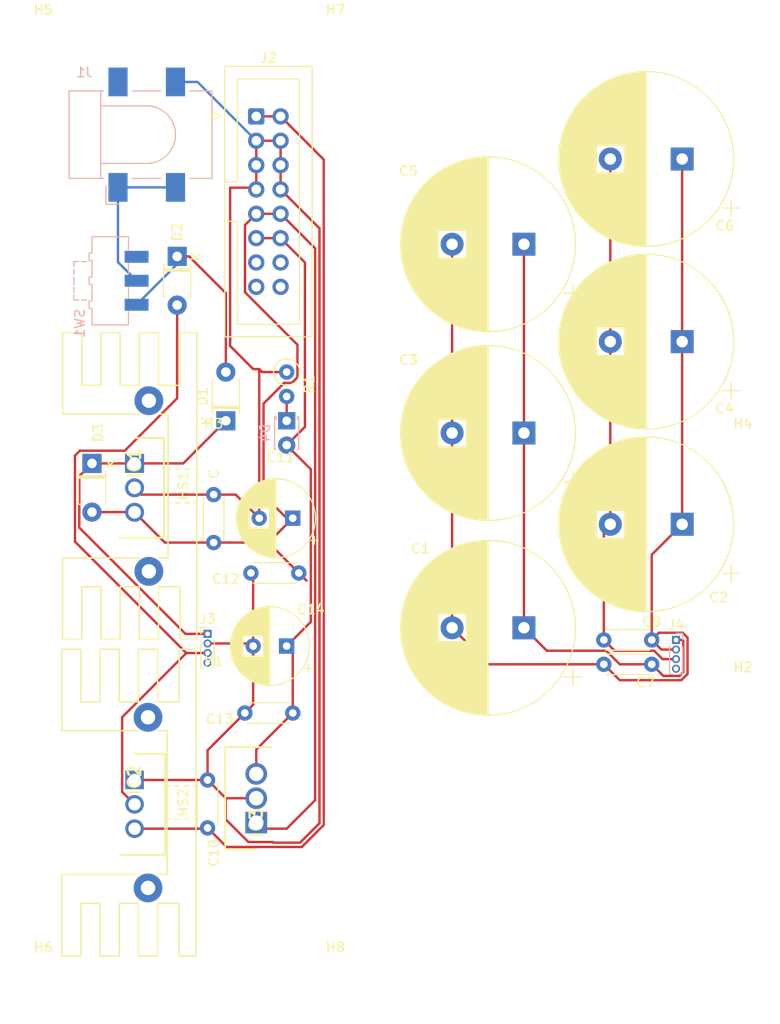
<source format=kicad_pcb>
(kicad_pcb (version 20171130) (host pcbnew "(5.1.9)-1")
  (layers (0 F.Cu signal) (31 B.Cu signal) (34 B.Paste user) (35 F.Paste user) (36 B.SilkS user) (37 F.SilkS user) (38 B.Mask user) (39 F.Mask user) (44 Edge.Cuts user))
  (net 0 "")
  (net 1 "Net-(C1-Pad2)")
  (net 2 "Net-(C1-Pad1)")
  (net 3 "Net-(C2-Pad2)")
  (net 4 "Net-(C10-Pad2)")
  (net 5 "Net-(D1-Pad2)")
  (net 6 "Net-(J1-Pad1)")
  (net 7 "Net-(SW1-Pad3)")
  (net 8 "Net-(J2-Pad16)")
  (net 9 "Net-(J2-Pad14)")
  (net 10 "Net-(J2-Pad15)")
  (net 11 "Net-(J2-Pad13)")
  (net 12 "Net-(C11-Pad1)")
  (net 13 "Net-(C13-Pad1)")
  (net 14 "Net-(D1-Pad1)")
  (net 15 "Net-(D2-Pad2)")
  (net 16 "Net-(J3-Pad4)")
  (net 17 "Net-(J4-Pad4)")
  (net 18 "Net-(C10-Pad1)")
  (net 19 "Net-(D4-Pad1)")
  (module Heatsink:Heatsink_Stonecold_HS-132_32x14mm_2xFixation1.5mm (layer F.Cu) (at 35.691999 100.784001 270)
    (fp_text reference HS2 (at 0 -3.678001 90) (layer F.SilkS))
    (fp_text value Heatsink)
    (pad 1 thru_hole circle (at 8.9 0 270) (size 3 3) (drill 1.5) (layers *.Cu *.Mask))
    (pad 1 thru_hole circle (at -8.9 0 270) (size 3 3) (drill 1.5) (layers *.Cu *.Mask))
  )
  (module Heatsink:Heatsink_Stonecold_HS-132_32x14mm_2xFixation1.5mm (layer F.Cu) (at 35.781999 67.764001 270)
    (fp_text reference HS1 (at 0 -3.588001 90) (layer F.SilkS))
    (fp_text value Heatsink)
    (pad 1 thru_hole circle (at 8.9 0 270) (size 3 3) (drill 1.5) (layers *.Cu *.Mask))
    (pad 1 thru_hole circle (at -8.9 0 270) (size 3 3) (drill 1.5) (layers *.Cu *.Mask))
  )
  (module SamacSys_Parts:TO254P482X1016X2325-3P (layer F.Cu) (at 46.99 102.87 90)
    (fp_text reference IC3 (at 0 0 90) (layer F.SilkS) (effects (font (size 1.27 1.27) (thickness 0.254))))
    (fp_text value MC7805CT-BP hide)
    (pad 3 thru_hole circle (at 5.08 0 90) (size 2.265 2.265) (drill 1.51) (layers *.Cu *.Mask) (net 13 "Net-(C13-Pad1)"))
    (pad 2 thru_hole circle (at 2.54 0 90) (size 2.265 2.265) (drill 1.51) (layers *.Cu *.Mask) (net 18 "Net-(C10-Pad1)"))
    (pad 1 thru_hole rect (at 0 0 90) (size 2.265 2.265) (drill 1.51) (layers *.Cu *.Mask) (net 12 "Net-(C11-Pad1)"))
  )
  (module SamacSys_Parts:TO254P470X1028X1955-3P (layer F.Cu) (at 34.29 98.425 270)
    (fp_text reference IC2 (at 0 0 90) (layer F.SilkS) (effects (font (size 1.27 1.27) (thickness 0.254))))
    (fp_text value LM7912CT_NOPB hide)
    (pad 3 thru_hole circle (at 5.08 0 270) (size 1.935 1.935) (drill 1.29) (layers *.Cu *.Mask) (net 4 "Net-(C10-Pad2)"))
    (pad 2 thru_hole circle (at 2.54 0 270) (size 1.935 1.935) (drill 1.29) (layers *.Cu *.Mask) (net 15 "Net-(D2-Pad2)"))
    (pad 1 thru_hole rect (at 0 0 270) (size 1.935 1.935) (drill 1.29) (layers *.Cu *.Mask) (net 18 "Net-(C10-Pad1)"))
  )
  (module SamacSys_Parts:TO255P460X1020X2008-3P (layer F.Cu) (at 34.29 65.405 270)
    (fp_text reference IC1 (at 0 0 90) (layer F.SilkS) (effects (font (size 1.27 1.27) (thickness 0.254))))
    (fp_text value L7812CV hide)
    (pad 3 thru_hole circle (at 5.1 0 270) (size 1.98 1.98) (drill 1.32) (layers *.Cu *.Mask) (net 12 "Net-(C11-Pad1)"))
    (pad 2 thru_hole circle (at 2.55 0 270) (size 1.98 1.98) (drill 1.32) (layers *.Cu *.Mask) (net 18 "Net-(C10-Pad1)"))
    (pad 1 thru_hole rect (at 0 0 270) (size 1.98 1.98) (drill 1.32) (layers *.Cu *.Mask) (net 14 "Net-(D1-Pad1)"))
  )
  (module LED_THT:LED_D1.8mm_W3.3mm_H2.4mm (layer B.Cu) (at 50.165 60.96 270)
    (fp_text reference D4 (at 1.27 2.26 270) (layer B.SilkS) (effects (justify mirror)))
    (fp_text value LED)
    (pad 2 thru_hole circle (at 2.54 0 270) (size 1.8 1.8) (drill 0.9) (layers *.Cu *.Mask) (net 13 "Net-(C13-Pad1)"))
    (pad 1 thru_hole rect (at 0 0 270) (size 1.8 1.8) (drill 0.9) (layers *.Cu *.Mask) (net 19 "Net-(D4-Pad1)"))
  )
  (module Resistor_THT:R_Axial_DIN0207_L6.3mm_D2.5mm_P2.54mm_Vertical (layer F.Cu) (at 50.165 55.88 270)
    (fp_text reference R1 (at 1.27 -2.37 90) (layer F.SilkS))
    (fp_text value 160om)
    (pad 2 thru_hole oval (at 2.54 0 270) (size 1.6 1.6) (drill 0.8) (layers *.Cu *.Mask) (net 19 "Net-(D4-Pad1)"))
    (pad 1 thru_hole circle (at 0 0 270) (size 1.6 1.6) (drill 0.8) (layers *.Cu *.Mask) (net 18 "Net-(C10-Pad1)"))
  )
  (module MountingHole:MountingHole_2.5mm (layer F.Cu) (at 55.245 119.38)
    (fp_text reference H8 (at 0 -3.5) (layer F.SilkS))
    (fp_text value MountingHole)
    (pad 1 np_thru_hole circle (at 0 0) (size 2.5 2.5) (drill 2.5) (layers *.Cu *.Mask))
  )
  (module MountingHole:MountingHole_2.5mm (layer F.Cu) (at 55.245 21.59)
    (fp_text reference H7 (at 0 -3.5) (layer F.SilkS))
    (fp_text value MountingHole)
    (pad 1 np_thru_hole circle (at 0 0) (size 2.5 2.5) (drill 2.5) (layers *.Cu *.Mask))
  )
  (module MountingHole:MountingHole_2.5mm (layer F.Cu) (at 24.765 119.38)
    (fp_text reference H6 (at 0 -3.5) (layer F.SilkS))
    (fp_text value MountingHole)
    (pad 1 np_thru_hole circle (at 0 0) (size 2.5 2.5) (drill 2.5) (layers *.Cu *.Mask))
  )
  (module MountingHole:MountingHole_2.5mm (layer F.Cu) (at 24.765 21.59)
    (fp_text reference H5 (at 0 -3.5) (layer F.SilkS))
    (fp_text value MountingHole)
    (pad 1 np_thru_hole circle (at 0 0) (size 2.5 2.5) (drill 2.5) (layers *.Cu *.Mask))
  )
  (module Connector_BarrelJack:BarrelJack_CLIFF_FC681465S_SMT_Horizontal (layer B.Cu) (at 35.56 31.115)
    (fp_text reference J1 (at -6.5 -6.5 180) (layer B.SilkS) (effects (justify mirror)))
    (fp_text value Power_In)
    (pad 3 smd rect (at -3 -5.5 270) (size 3 2) (layers B.Cu B.Paste B.Mask))
    (pad 2 smd rect (at 3 -5.5 270) (size 3 2) (layers B.Cu B.Paste B.Mask) (net 18 "Net-(C10-Pad1)"))
    (pad 1 smd rect (at 3 5.5 270) (size 3 2) (layers B.Cu B.Paste B.Mask) (net 6 "Net-(J1-Pad1)"))
    (pad 1 smd rect (at -3 5.5 270) (size 3 2) (layers B.Cu B.Paste B.Mask) (net 6 "Net-(J1-Pad1)"))
    (pad "" np_thru_hole circle (at 1.5 0 270) (size 2 2) (drill 2) (layers *.Cu *.Mask))
    (pad "" np_thru_hole oval (at -2.9 0 270) (size 2 1.5) (drill oval 2 1.5) (layers *.Cu *.Mask))
  )
  (module MountingHole:MountingHole_2.5mm (layer F.Cu) (at 97.79 64.77)
    (fp_text reference H4 (at 0 -3.5) (layer F.SilkS))
    (fp_text value MountingHole)
    (pad 1 np_thru_hole circle (at 0 0) (size 2.5 2.5) (drill 2.5) (layers *.Cu *.Mask))
  )
  (module MountingHole:MountingHole_2.5mm (layer F.Cu) (at 42.545 64.77)
    (fp_text reference H3 (at 0 -3.5) (layer F.SilkS))
    (fp_text value MountingHole)
    (pad 1 np_thru_hole circle (at 0 0) (size 2.5 2.5) (drill 2.5) (layers *.Cu *.Mask))
  )
  (module MountingHole:MountingHole_2.5mm (layer F.Cu) (at 97.79 90.17)
    (fp_text reference H2 (at 0 -3.5) (layer F.SilkS))
    (fp_text value MountingHole)
    (pad 1 np_thru_hole circle (at 0 0) (size 2.5 2.5) (drill 2.5) (layers *.Cu *.Mask))
  )
  (module MountingHole:MountingHole_2.5mm (layer F.Cu) (at 42.545 89.535)
    (fp_text reference H1 (at 0 -3.5) (layer F.SilkS))
    (fp_text value MountingHole)
    (pad 1 np_thru_hole circle (at 0 0) (size 2.5 2.5) (drill 2.5) (layers *.Cu *.Mask))
  )
  (module Connector_IDC:IDC-Header_2x08_P2.54mm_Vertical (layer F.Cu) (at 46.99 29.21)
    (fp_text reference J2 (at 1.27 -6.1) (layer F.SilkS))
    (fp_text value Conn_02x08_Odd_Even)
    (pad 16 thru_hole circle (at 2.54 17.78) (size 1.7 1.7) (drill 1) (layers *.Cu *.Mask) (net 8 "Net-(J2-Pad16)"))
    (pad 14 thru_hole circle (at 2.54 15.24) (size 1.7 1.7) (drill 1) (layers *.Cu *.Mask) (net 9 "Net-(J2-Pad14)"))
    (pad 12 thru_hole circle (at 2.54 12.7) (size 1.7 1.7) (drill 1) (layers *.Cu *.Mask) (net 13 "Net-(C13-Pad1)"))
    (pad 10 thru_hole circle (at 2.54 10.16) (size 1.7 1.7) (drill 1) (layers *.Cu *.Mask) (net 12 "Net-(C11-Pad1)"))
    (pad 8 thru_hole circle (at 2.54 7.62) (size 1.7 1.7) (drill 1) (layers *.Cu *.Mask) (net 18 "Net-(C10-Pad1)"))
    (pad 6 thru_hole circle (at 2.54 5.08) (size 1.7 1.7) (drill 1) (layers *.Cu *.Mask) (net 18 "Net-(C10-Pad1)"))
    (pad 4 thru_hole circle (at 2.54 2.54) (size 1.7 1.7) (drill 1) (layers *.Cu *.Mask) (net 18 "Net-(C10-Pad1)"))
    (pad 2 thru_hole circle (at 2.54 0) (size 1.7 1.7) (drill 1) (layers *.Cu *.Mask) (net 4 "Net-(C10-Pad2)"))
    (pad 15 thru_hole circle (at 0 17.78) (size 1.7 1.7) (drill 1) (layers *.Cu *.Mask) (net 10 "Net-(J2-Pad15)"))
    (pad 13 thru_hole circle (at 0 15.24) (size 1.7 1.7) (drill 1) (layers *.Cu *.Mask) (net 11 "Net-(J2-Pad13)"))
    (pad 11 thru_hole circle (at 0 12.7) (size 1.7 1.7) (drill 1) (layers *.Cu *.Mask) (net 13 "Net-(C13-Pad1)"))
    (pad 9 thru_hole circle (at 0 10.16) (size 1.7 1.7) (drill 1) (layers *.Cu *.Mask) (net 12 "Net-(C11-Pad1)"))
    (pad 7 thru_hole circle (at 0 7.62) (size 1.7 1.7) (drill 1) (layers *.Cu *.Mask) (net 18 "Net-(C10-Pad1)"))
    (pad 5 thru_hole circle (at 0 5.08) (size 1.7 1.7) (drill 1) (layers *.Cu *.Mask) (net 18 "Net-(C10-Pad1)"))
    (pad 3 thru_hole circle (at 0 2.54) (size 1.7 1.7) (drill 1) (layers *.Cu *.Mask) (net 18 "Net-(C10-Pad1)"))
    (pad 1 thru_hole roundrect (at 0 0) (size 1.7 1.7) (drill 1) (layers *.Cu *.Mask) (roundrect_rratio 0.147059) (net 4 "Net-(C10-Pad2)"))
  )
  (module Connector_PinHeader_1.00mm:PinHeader_1x04_P1.00mm_Vertical (layer B.Cu) (at 90.805 83.82 180)
    (fp_text reference J4 (at 0 1.56) (layer F.SilkS))
    (fp_text value Cap_Bank)
    (pad 4 thru_hole oval (at 0 -3 180) (size 0.85 0.85) (drill 0.5) (layers *.Cu *.Mask) (net 17 "Net-(J4-Pad4)"))
    (pad 3 thru_hole oval (at 0 -2 180) (size 0.85 0.85) (drill 0.5) (layers *.Cu *.Mask) (net 3 "Net-(C2-Pad2)"))
    (pad 2 thru_hole oval (at 0 -1 180) (size 0.85 0.85) (drill 0.5) (layers *.Cu *.Mask) (net 1 "Net-(C1-Pad2)"))
    (pad 1 thru_hole rect (at 0 0 180) (size 0.85 0.85) (drill 0.5) (layers *.Cu *.Mask) (net 2 "Net-(C1-Pad1)"))
  )
  (module Capacitor_THT:C_Disc_D4.3mm_W1.9mm_P5.00mm (layer F.Cu) (at 88.265 86.36 180)
    (fp_text reference C7 (at 0.635 -1.905) (layer F.SilkS))
    (fp_text value .1uf)
    (pad 2 thru_hole circle (at 5 0 180) (size 1.6 1.6) (drill 0.8) (layers *.Cu *.Mask) (net 1 "Net-(C1-Pad2)"))
    (pad 1 thru_hole circle (at 0 0 180) (size 1.6 1.6) (drill 0.8) (layers *.Cu *.Mask) (net 2 "Net-(C1-Pad1)"))
  )
  (module Connector_PinHeader_1.00mm:PinHeader_1x04_P1.00mm_Vertical (layer F.Cu) (at 41.91 83.185)
    (fp_text reference J3 (at 0 -1.56) (layer F.SilkS))
    (fp_text value ->CapBank)
    (pad 4 thru_hole oval (at 0 3) (size 0.85 0.85) (drill 0.5) (layers *.Cu *.Mask) (net 16 "Net-(J3-Pad4)"))
    (pad 3 thru_hole oval (at 0 2) (size 0.85 0.85) (drill 0.5) (layers *.Cu *.Mask) (net 15 "Net-(D2-Pad2)"))
    (pad 2 thru_hole oval (at 0 1) (size 0.85 0.85) (drill 0.5) (layers *.Cu *.Mask) (net 18 "Net-(C10-Pad1)"))
    (pad 1 thru_hole rect (at 0 0) (size 0.85 0.85) (drill 0.5) (layers *.Cu *.Mask) (net 14 "Net-(D1-Pad1)"))
  )
  (module Capacitor_THT:CP_Radial_D8.0mm_P3.50mm (layer F.Cu) (at 50.165 84.455 180)
    (fp_text reference C14 (at -2.54 3.81) (layer F.SilkS))
    (fp_text value "220uF 16V")
    (pad 2 thru_hole circle (at 3.5 0 180) (size 1.6 1.6) (drill 0.8) (layers *.Cu *.Mask) (net 18 "Net-(C10-Pad1)"))
    (pad 1 thru_hole rect (at 0 0 180) (size 1.6 1.6) (drill 0.8) (layers *.Cu *.Mask) (net 13 "Net-(C13-Pad1)"))
  )
  (module Capacitor_THT:CP_Radial_D8.0mm_P3.50mm (layer F.Cu) (at 50.8 71.12 180)
    (fp_text reference C11 (at 1.27 6.35) (layer F.SilkS))
    (fp_text value "220uF 16V")
    (pad 2 thru_hole circle (at 3.5 0 180) (size 1.6 1.6) (drill 0.8) (layers *.Cu *.Mask) (net 18 "Net-(C10-Pad1)"))
    (pad 1 thru_hole rect (at 0 0 180) (size 1.6 1.6) (drill 0.8) (layers *.Cu *.Mask) (net 12 "Net-(C11-Pad1)"))
  )
  (module Button_Switch_SMD:SW_SPDT_CK-JS102011SAQN (layer B.Cu) (at 31.75 46.355 90)
    (fp_text reference SW1 (at -4.445 -3.175 270) (layer B.SilkS) (effects (justify mirror)))
    (fp_text value Power_Switch)
    (pad "" np_thru_hole circle (at 3.4 0 90) (size 0.9 0.9) (drill 0.9) (layers *.Cu *.Mask))
    (pad "" np_thru_hole circle (at -3.4 0 90) (size 0.9 0.9) (drill 0.9) (layers *.Cu *.Mask))
    (pad 3 smd rect (at 2.5 2.75 90) (size 1.25 2.5) (layers B.Cu B.Paste B.Mask) (net 7 "Net-(SW1-Pad3)"))
    (pad 2 smd rect (at 0 2.75 90) (size 1.25 2.5) (layers B.Cu B.Paste B.Mask) (net 6 "Net-(J1-Pad1)"))
    (pad 1 smd rect (at -2.5 2.75 90) (size 1.25 2.5) (layers B.Cu B.Paste B.Mask) (net 5 "Net-(D1-Pad2)"))
  )
  (module Diode_THT:D_T-1_P5.08mm_Horizontal (layer F.Cu) (at 29.845 65.405 270)
    (fp_text reference D3 (at -3.175 -0.635 90) (layer F.SilkS))
    (fp_text value 1N4001)
    (fp_text user K (at 0 -2 90) (layer F.SilkS))
    (pad 2 thru_hole oval (at 5.08 0 270) (size 2 2) (drill 1) (layers *.Cu *.Mask) (net 12 "Net-(C11-Pad1)"))
    (pad 1 thru_hole rect (at 0 0 270) (size 2 2) (drill 1) (layers *.Cu *.Mask) (net 14 "Net-(D1-Pad1)"))
  )
  (module Diode_THT:D_T-1_P5.08mm_Horizontal (layer F.Cu) (at 38.735 43.815 270)
    (fp_text reference D2 (at -2.54 0 90) (layer F.SilkS))
    (fp_text value 1N4001)
    (fp_text user K (at 0 -2 90) (layer F.SilkS))
    (pad 2 thru_hole oval (at 5.08 0 270) (size 2 2) (drill 1) (layers *.Cu *.Mask) (net 15 "Net-(D2-Pad2)"))
    (pad 1 thru_hole rect (at 0 0 270) (size 2 2) (drill 1) (layers *.Cu *.Mask) (net 5 "Net-(D1-Pad2)"))
  )
  (module Diode_THT:D_T-1_P5.08mm_Horizontal (layer F.Cu) (at 43.815 60.96 90)
    (fp_text reference D1 (at 2.54 -2.42 90) (layer F.SilkS))
    (fp_text value 1N4001)
    (fp_text user K (at 0 -2 90) (layer F.SilkS))
    (pad 2 thru_hole oval (at 5.08 0 90) (size 2 2) (drill 1) (layers *.Cu *.Mask) (net 5 "Net-(D1-Pad2)"))
    (pad 1 thru_hole rect (at 0 0 90) (size 2 2) (drill 1) (layers *.Cu *.Mask) (net 14 "Net-(D1-Pad1)"))
  )
  (module Capacitor_THT:C_Disc_D4.3mm_W1.9mm_P5.00mm (layer F.Cu) (at 50.8 91.44 180)
    (fp_text reference C13 (at 7.62 -0.635) (layer F.SilkS))
    (fp_text value .1uf)
    (pad 2 thru_hole circle (at 5 0 180) (size 1.6 1.6) (drill 0.8) (layers *.Cu *.Mask) (net 18 "Net-(C10-Pad1)"))
    (pad 1 thru_hole circle (at 0 0 180) (size 1.6 1.6) (drill 0.8) (layers *.Cu *.Mask) (net 13 "Net-(C13-Pad1)"))
  )
  (module Capacitor_THT:C_Disc_D4.3mm_W1.9mm_P5.00mm (layer F.Cu) (at 51.435 76.835 180)
    (fp_text reference C12 (at 7.62 -0.635) (layer F.SilkS))
    (fp_text value .1uf)
    (pad 2 thru_hole circle (at 5 0 180) (size 1.6 1.6) (drill 0.8) (layers *.Cu *.Mask) (net 18 "Net-(C10-Pad1)"))
    (pad 1 thru_hole circle (at 0 0 180) (size 1.6 1.6) (drill 0.8) (layers *.Cu *.Mask) (net 12 "Net-(C11-Pad1)"))
  )
  (module Capacitor_THT:C_Disc_D4.3mm_W1.9mm_P5.00mm (layer F.Cu) (at 41.91 98.425 270)
    (fp_text reference C10 (at 7.62 -0.635 90) (layer F.SilkS))
    (fp_text value .1uf)
    (pad 2 thru_hole circle (at 5 0 270) (size 1.6 1.6) (drill 0.8) (layers *.Cu *.Mask) (net 4 "Net-(C10-Pad2)"))
    (pad 1 thru_hole circle (at 0 0 270) (size 1.6 1.6) (drill 0.8) (layers *.Cu *.Mask) (net 18 "Net-(C10-Pad1)"))
  )
  (module Capacitor_THT:C_Disc_D4.3mm_W1.9mm_P5.00mm (layer F.Cu) (at 42.545 73.66 90)
    (fp_text reference C9 (at 7.62 0 90) (layer F.SilkS))
    (fp_text value .1uf)
    (pad 2 thru_hole circle (at 5 0 90) (size 1.6 1.6) (drill 0.8) (layers *.Cu *.Mask) (net 18 "Net-(C10-Pad1)"))
    (pad 1 thru_hole circle (at 0 0 90) (size 1.6 1.6) (drill 0.8) (layers *.Cu *.Mask) (net 12 "Net-(C11-Pad1)"))
  )
  (module Capacitor_THT:C_Disc_D4.3mm_W1.9mm_P5.00mm (layer F.Cu) (at 88.265 83.82 180)
    (fp_text reference C8 (at 0 1.905) (layer F.SilkS))
    (fp_text value .1uf)
    (pad 2 thru_hole circle (at 5 0 180) (size 1.6 1.6) (drill 0.8) (layers *.Cu *.Mask) (net 3 "Net-(C2-Pad2)"))
    (pad 1 thru_hole circle (at 0 0 180) (size 1.6 1.6) (drill 0.8) (layers *.Cu *.Mask) (net 1 "Net-(C1-Pad2)"))
  )
  (module Capacitor_THT:CP_Radial_D18.0mm_P7.50mm (layer F.Cu) (at 91.44 33.655 180)
    (fp_text reference C6 (at -4.445 -6.985) (layer F.SilkS))
    (fp_text value 4700uf)
    (pad 2 thru_hole circle (at 7.5 0 180) (size 2.4 2.4) (drill 1.2) (layers *.Cu *.Mask) (net 3 "Net-(C2-Pad2)"))
    (pad 1 thru_hole rect (at 0 0 180) (size 2.4 2.4) (drill 1.2) (layers *.Cu *.Mask) (net 1 "Net-(C1-Pad2)"))
  )
  (module Capacitor_THT:CP_Radial_D18.0mm_P7.50mm (layer F.Cu) (at 74.93 42.545 180)
    (fp_text reference C5 (at 12.065 7.62) (layer F.SilkS))
    (fp_text value 4700uf)
    (pad 2 thru_hole circle (at 7.5 0 180) (size 2.4 2.4) (drill 1.2) (layers *.Cu *.Mask) (net 1 "Net-(C1-Pad2)"))
    (pad 1 thru_hole rect (at 0 0 180) (size 2.4 2.4) (drill 1.2) (layers *.Cu *.Mask) (net 2 "Net-(C1-Pad1)"))
  )
  (module Capacitor_THT:CP_Radial_D18.0mm_P7.50mm (layer F.Cu) (at 91.44 52.705 180)
    (fp_text reference C4 (at -4.445 -6.985) (layer F.SilkS))
    (fp_text value 4700uf)
    (pad 2 thru_hole circle (at 7.5 0 180) (size 2.4 2.4) (drill 1.2) (layers *.Cu *.Mask) (net 3 "Net-(C2-Pad2)"))
    (pad 1 thru_hole rect (at 0 0 180) (size 2.4 2.4) (drill 1.2) (layers *.Cu *.Mask) (net 1 "Net-(C1-Pad2)"))
  )
  (module Capacitor_THT:CP_Radial_D18.0mm_P7.50mm (layer F.Cu) (at 74.93 62.23 180)
    (fp_text reference C3 (at 12.065 7.62) (layer F.SilkS))
    (fp_text value 4700uf)
    (pad 2 thru_hole circle (at 7.5 0 180) (size 2.4 2.4) (drill 1.2) (layers *.Cu *.Mask) (net 1 "Net-(C1-Pad2)"))
    (pad 1 thru_hole rect (at 0 0 180) (size 2.4 2.4) (drill 1.2) (layers *.Cu *.Mask) (net 2 "Net-(C1-Pad1)"))
  )
  (module Capacitor_THT:CP_Radial_D18.0mm_P7.50mm (layer F.Cu) (at 91.44 71.755 180)
    (fp_text reference C2 (at -3.81 -7.62) (layer F.SilkS))
    (fp_text value 4700uf)
    (pad 2 thru_hole circle (at 7.5 0 180) (size 2.4 2.4) (drill 1.2) (layers *.Cu *.Mask) (net 3 "Net-(C2-Pad2)"))
    (pad 1 thru_hole rect (at 0 0 180) (size 2.4 2.4) (drill 1.2) (layers *.Cu *.Mask) (net 1 "Net-(C1-Pad2)"))
  )
  (module Capacitor_THT:CP_Radial_D18.0mm_P7.50mm (layer F.Cu) (at 74.93 82.55 180)
    (fp_text reference C1 (at 10.795 8.255) (layer F.SilkS))
    (fp_text value 4700uf)
    (pad 2 thru_hole circle (at 7.5 0 180) (size 2.4 2.4) (drill 1.2) (layers *.Cu *.Mask) (net 1 "Net-(C1-Pad2)"))
    (pad 1 thru_hole rect (at 0 0 180) (size 2.4 2.4) (drill 1.2) (layers *.Cu *.Mask) (net 2 "Net-(C1-Pad1)"))
  )
  (segment (start 89.265 84.82) (end 88.265 83.82) (width 0.25) (layer F.Cu) (net 1))
  (segment (start 90.805 84.82) (end 89.265 84.82) (width 0.25) (layer F.Cu) (net 1))
  (segment (start 88.265 74.93) (end 91.44 71.755) (width 0.25) (layer F.Cu) (net 1))
  (segment (start 88.265 83.82) (end 88.265 74.93) (width 0.25) (layer F.Cu) (net 1))
  (segment (start 91.44 71.755) (end 91.44 52.705) (width 0.25) (layer F.Cu) (net 1))
  (segment (start 91.44 52.705) (end 91.44 33.655) (width 0.25) (layer F.Cu) (net 1))
  (segment (start 67.43 42.545) (end 67.43 62.23) (width 0.25) (layer F.Cu) (net 1))
  (segment (start 67.43 82.55) (end 67.43 62.23) (width 0.25) (layer F.Cu) (net 1))
  (segment (start 71.24 86.36) (end 83.265 86.36) (width 0.25) (layer F.Cu) (net 1))
  (segment (start 67.43 82.55) (end 71.24 86.36) (width 0.25) (layer F.Cu) (net 1))
  (segment (start 89.015001 83.069999) (end 88.265 83.82) (width 0.25) (layer F.Cu) (net 1))
  (segment (start 91.490001 83.069999) (end 89.015001 83.069999) (width 0.25) (layer F.Cu) (net 1))
  (segment (start 92.005011 83.585009) (end 91.490001 83.069999) (width 0.25) (layer F.Cu) (net 1))
  (segment (start 92.005011 87.366401) (end 92.005011 83.585009) (width 0.25) (layer F.Cu) (net 1))
  (segment (start 91.351402 88.02001) (end 92.005011 87.366401) (width 0.25) (layer F.Cu) (net 1))
  (segment (start 84.92501 88.02001) (end 91.351402 88.02001) (width 0.25) (layer F.Cu) (net 1))
  (segment (start 83.265 86.36) (end 84.92501 88.02001) (width 0.25) (layer F.Cu) (net 1))
  (segment (start 89.475001 87.570001) (end 88.265 86.36) (width 0.25) (layer F.Cu) (net 2))
  (segment (start 91.165001 87.570001) (end 89.475001 87.570001) (width 0.25) (layer F.Cu) (net 2))
  (segment (start 91.555001 87.180001) (end 91.165001 87.570001) (width 0.25) (layer F.Cu) (net 2))
  (segment (start 91.555001 83.895001) (end 91.555001 87.180001) (width 0.25) (layer F.Cu) (net 2))
  (segment (start 91.48 83.82) (end 91.555001 83.895001) (width 0.25) (layer F.Cu) (net 2))
  (segment (start 90.805 83.82) (end 91.48 83.82) (width 0.25) (layer F.Cu) (net 2))
  (segment (start 77.325001 84.945001) (end 74.93 82.55) (width 0.25) (layer F.Cu) (net 2))
  (segment (start 83.515003 84.945001) (end 77.325001 84.945001) (width 0.25) (layer F.Cu) (net 2))
  (segment (start 84.930002 86.36) (end 83.515003 84.945001) (width 0.25) (layer F.Cu) (net 2))
  (segment (start 88.265 86.36) (end 84.930002 86.36) (width 0.25) (layer F.Cu) (net 2))
  (segment (start 74.93 82.55) (end 74.93 62.23) (width 0.25) (layer F.Cu) (net 2))
  (segment (start 74.93 62.23) (end 74.93 42.545) (width 0.25) (layer F.Cu) (net 2))
  (segment (start 84.390001 84.945001) (end 83.265 83.82) (width 0.25) (layer F.Cu) (net 3))
  (segment (start 88.515003 84.945001) (end 84.390001 84.945001) (width 0.25) (layer F.Cu) (net 3))
  (segment (start 89.390002 85.82) (end 88.515003 84.945001) (width 0.25) (layer F.Cu) (net 3))
  (segment (start 90.805 85.82) (end 89.390002 85.82) (width 0.25) (layer F.Cu) (net 3))
  (segment (start 83.265 72.43) (end 83.94 71.755) (width 0.25) (layer F.Cu) (net 3))
  (segment (start 83.265 83.82) (end 83.265 72.43) (width 0.25) (layer F.Cu) (net 3))
  (segment (start 83.94 71.755) (end 83.94 52.705) (width 0.25) (layer F.Cu) (net 3))
  (segment (start 83.94 33.655) (end 83.94 52.705) (width 0.25) (layer F.Cu) (net 3))
  (segment (start 41.83 103.505) (end 41.91 103.425) (width 0.25) (layer F.Cu) (net 4))
  (segment (start 34.29 103.505) (end 41.83 103.505) (width 0.25) (layer F.Cu) (net 4))
  (segment (start 49.53 29.21) (end 46.99 29.21) (width 0.25) (layer F.Cu) (net 4))
  (segment (start 54.035037 33.715037) (end 49.53 29.21) (width 0.25) (layer F.Cu) (net 4))
  (segment (start 54.035037 103.121375) (end 54.035037 33.715037) (width 0.25) (layer F.Cu) (net 4))
  (segment (start 51.743902 105.41251) (end 54.035037 103.121375) (width 0.25) (layer F.Cu) (net 4))
  (segment (start 43.89751 105.41251) (end 51.743902 105.41251) (width 0.25) (layer F.Cu) (net 4))
  (segment (start 41.91 103.425) (end 43.89751 105.41251) (width 0.25) (layer F.Cu) (net 4))
  (segment (start 38.695 43.855) (end 38.735 43.815) (width 0.25) (layer F.Cu) (net 5))
  (segment (start 43.815 47.645) (end 43.815 55.88) (width 0.25) (layer F.Cu) (net 5))
  (segment (start 39.985 43.815) (end 43.815 47.645) (width 0.25) (layer F.Cu) (net 5))
  (segment (start 38.735 43.815) (end 39.985 43.815) (width 0.25) (layer F.Cu) (net 5))
  (segment (start 38.735 44.62) (end 38.735 43.815) (width 0.25) (layer B.Cu) (net 5))
  (segment (start 34.5 48.855) (end 38.735 44.62) (width 0.25) (layer B.Cu) (net 5))
  (segment (start 34.002998 46.355) (end 34.5 46.355) (width 0.25) (layer F.Cu) (net 6))
  (segment (start 38.56 36.615) (end 32.56 36.615) (width 0.25) (layer B.Cu) (net 6))
  (segment (start 32.56 44.415) (end 34.5 46.355) (width 0.25) (layer B.Cu) (net 6))
  (segment (start 32.56 36.615) (end 32.56 44.415) (width 0.25) (layer B.Cu) (net 6))
  (segment (start 34.27 70.485) (end 34.29 70.505) (width 0.25) (layer F.Cu) (net 12))
  (segment (start 29.845 70.485) (end 34.27 70.485) (width 0.25) (layer F.Cu) (net 12))
  (segment (start 37.445 73.66) (end 42.545 73.66) (width 0.25) (layer F.Cu) (net 12))
  (segment (start 34.29 70.505) (end 37.445 73.66) (width 0.25) (layer F.Cu) (net 12))
  (segment (start 48.26 73.66) (end 50.8 71.12) (width 0.25) (layer F.Cu) (net 12))
  (segment (start 42.545 73.66) (end 48.26 73.66) (width 0.25) (layer F.Cu) (net 12))
  (segment (start 48.26 73.66) (end 51.435 76.835) (width 0.25) (layer F.Cu) (net 12))
  (segment (start 46.99 39.37) (end 49.53 39.37) (width 0.25) (layer F.Cu) (net 12))
  (segment (start 51.435 76.835) (end 51.925001 77.325001) (width 0.25) (layer F.Cu) (net 12))
  (segment (start 51.290001 53.029003) (end 45.814999 47.554001) (width 0.25) (layer F.Cu) (net 12))
  (segment (start 45.814999 40.545001) (end 46.99 39.37) (width 0.25) (layer F.Cu) (net 12))
  (segment (start 51.290001 56.420001) (end 51.290001 53.029003) (width 0.25) (layer F.Cu) (net 12))
  (segment (start 50.705001 57.005001) (end 51.290001 56.420001) (width 0.25) (layer F.Cu) (net 12))
  (segment (start 49.914997 57.005001) (end 50.705001 57.005001) (width 0.25) (layer F.Cu) (net 12))
  (segment (start 47.75001 59.169988) (end 49.914997 57.005001) (width 0.25) (layer F.Cu) (net 12))
  (segment (start 47.75001 68.70501) (end 47.75001 59.169988) (width 0.25) (layer F.Cu) (net 12))
  (segment (start 45.814999 47.554001) (end 45.814999 40.545001) (width 0.25) (layer F.Cu) (net 12))
  (segment (start 50.165 71.12) (end 47.75001 68.70501) (width 0.25) (layer F.Cu) (net 12))
  (segment (start 50.8 71.12) (end 50.165 71.12) (width 0.25) (layer F.Cu) (net 12))
  (segment (start 52.234999 77.634999) (end 51.435 76.835) (width 0.25) (layer F.Cu) (net 12))
  (segment (start 53.135017 100.534983) (end 53.135017 42.975017) (width 0.25) (layer F.Cu) (net 12))
  (segment (start 53.135017 42.975017) (end 49.53 39.37) (width 0.25) (layer F.Cu) (net 12))
  (segment (start 50.165 103.505) (end 53.135017 100.534983) (width 0.25) (layer F.Cu) (net 12))
  (segment (start 47.625 103.505) (end 46.99 102.87) (width 0.25) (layer F.Cu) (net 12))
  (segment (start 50.165 103.505) (end 47.625 103.505) (width 0.25) (layer F.Cu) (net 12))
  (segment (start 49.53 41.91) (end 46.99 41.91) (width 0.25) (layer F.Cu) (net 13))
  (segment (start 50.8 85.09) (end 50.165 84.455) (width 0.25) (layer F.Cu) (net 13))
  (segment (start 50.8 91.44) (end 50.8 85.09) (width 0.25) (layer F.Cu) (net 13))
  (segment (start 50.165 63.5) (end 52.07 61.595) (width 0.25) (layer F.Cu) (net 13))
  (segment (start 52.07 44.45) (end 49.53 41.91) (width 0.25) (layer F.Cu) (net 13))
  (segment (start 52.07 61.595) (end 52.07 44.45) (width 0.25) (layer F.Cu) (net 13))
  (segment (start 52.685008 81.934992) (end 50.165 84.455) (width 0.25) (layer F.Cu) (net 13))
  (segment (start 52.685008 66.020008) (end 52.685008 81.934992) (width 0.25) (layer F.Cu) (net 13))
  (segment (start 50.165 63.5) (end 52.685008 66.020008) (width 0.25) (layer F.Cu) (net 13))
  (segment (start 46.99 95.25) (end 50.8 91.44) (width 0.25) (layer F.Cu) (net 13))
  (segment (start 46.99 97.79) (end 46.99 95.25) (width 0.25) (layer F.Cu) (net 13))
  (segment (start 28.519999 66.730001) (end 29.845 65.405) (width 0.25) (layer F.Cu) (net 14))
  (segment (start 28.519999 72.103003) (end 28.519999 66.730001) (width 0.25) (layer F.Cu) (net 14))
  (segment (start 39.601996 83.185) (end 28.519999 72.103003) (width 0.25) (layer F.Cu) (net 14))
  (segment (start 41.91 83.185) (end 39.601996 83.185) (width 0.25) (layer F.Cu) (net 14))
  (segment (start 29.845 65.405) (end 34.29 65.405) (width 0.25) (layer F.Cu) (net 14))
  (segment (start 39.37 65.405) (end 43.815 60.96) (width 0.25) (layer F.Cu) (net 14))
  (segment (start 34.29 65.405) (end 39.37 65.405) (width 0.25) (layer F.Cu) (net 14))
  (segment (start 32.997499 99.672499) (end 34.29 100.965) (width 0.25) (layer F.Cu) (net 15))
  (segment (start 32.997499 91.877499) (end 32.997499 99.672499) (width 0.25) (layer F.Cu) (net 15))
  (segment (start 39.689998 85.185) (end 32.997499 91.877499) (width 0.25) (layer F.Cu) (net 15))
  (segment (start 41.91 85.185) (end 39.689998 85.185) (width 0.25) (layer F.Cu) (net 15))
  (segment (start 28.06999 64.595008) (end 28.06999 73.564992) (width 0.25) (layer F.Cu) (net 15))
  (segment (start 28.584999 64.079999) (end 28.06999 64.595008) (width 0.25) (layer F.Cu) (net 15))
  (segment (start 33.267003 64.079999) (end 28.584999 64.079999) (width 0.25) (layer F.Cu) (net 15))
  (segment (start 38.735 58.612002) (end 33.267003 64.079999) (width 0.25) (layer F.Cu) (net 15))
  (segment (start 28.06999 73.564992) (end 39.689998 85.185) (width 0.25) (layer F.Cu) (net 15))
  (segment (start 38.735 48.895) (end 38.735 58.612002) (width 0.25) (layer F.Cu) (net 15))
  (segment (start 46.395 84.185) (end 46.665 84.455) (width 0.25) (layer F.Cu) (net 18))
  (segment (start 41.91 84.185) (end 46.395 84.185) (width 0.25) (layer F.Cu) (net 18))
  (segment (start 46.665 77.065) (end 46.435 76.835) (width 0.25) (layer F.Cu) (net 18))
  (segment (start 46.665 84.455) (end 46.665 77.065) (width 0.25) (layer F.Cu) (net 18))
  (segment (start 46.665 90.575) (end 45.8 91.44) (width 0.25) (layer F.Cu) (net 18))
  (segment (start 46.665 84.455) (end 46.665 90.575) (width 0.25) (layer F.Cu) (net 18))
  (segment (start 41.91 98.425) (end 34.29 98.425) (width 0.25) (layer F.Cu) (net 18))
  (segment (start 46.775 36.615) (end 46.99 36.83) (width 0.25) (layer F.Cu) (net 18))
  (segment (start 46.99 36.83) (end 46.99 31.75) (width 0.25) (layer F.Cu) (net 18))
  (segment (start 46.99 31.75) (end 49.53 31.75) (width 0.25) (layer F.Cu) (net 18))
  (segment (start 49.53 31.75) (end 49.53 36.83) (width 0.25) (layer F.Cu) (net 18))
  (segment (start 44.84 68.66) (end 47.3 71.12) (width 0.25) (layer F.Cu) (net 18))
  (segment (start 42.545 68.66) (end 44.84 68.66) (width 0.25) (layer F.Cu) (net 18))
  (segment (start 34.995 68.66) (end 34.29 67.955) (width 0.25) (layer F.Cu) (net 18))
  (segment (start 42.545 68.66) (end 34.995 68.66) (width 0.25) (layer F.Cu) (net 18))
  (segment (start 41.91 95.33) (end 45.8 91.44) (width 0.25) (layer F.Cu) (net 18))
  (segment (start 41.91 98.425) (end 41.91 95.33) (width 0.25) (layer F.Cu) (net 18))
  (segment (start 46.80501 36.64501) (end 46.99 36.83) (width 0.25) (layer F.Cu) (net 18))
  (segment (start 44.26501 36.64501) (end 46.80501 36.64501) (width 0.25) (layer F.Cu) (net 18))
  (segment (start 40.855 25.615) (end 46.99 31.75) (width 0.25) (layer B.Cu) (net 18))
  (segment (start 38.56 25.615) (end 40.855 25.615) (width 0.25) (layer B.Cu) (net 18))
  (segment (start 47.61 55.88) (end 47.3 55.57) (width 0.25) (layer F.Cu) (net 18))
  (segment (start 50.165 55.88) (end 47.61 55.88) (width 0.25) (layer F.Cu) (net 18))
  (segment (start 47.3 55.57) (end 47.3 55.555) (width 0.25) (layer F.Cu) (net 18))
  (segment (start 47.3 71.12) (end 47.3 55.57) (width 0.25) (layer F.Cu) (net 18))
  (segment (start 44.26501 53.15501) (end 44.26501 52.25499) (width 0.25) (layer F.Cu) (net 18))
  (segment (start 46.68 55.57) (end 44.26501 53.15501) (width 0.25) (layer F.Cu) (net 18))
  (segment (start 47.3 55.57) (end 46.68 55.57) (width 0.25) (layer F.Cu) (net 18))
  (segment (start 44.26501 52.25499) (end 44.26501 36.64501) (width 0.25) (layer F.Cu) (net 18))
  (segment (start 44.26501 52.52001) (end 44.26501 52.25499) (width 0.25) (layer F.Cu) (net 18))
  (segment (start 48.772499 104.962501) (end 51.557501 104.962501) (width 0.25) (layer F.Cu) (net 18))
  (segment (start 48.707499 104.897501) (end 48.772499 104.962501) (width 0.25) (layer F.Cu) (net 18))
  (segment (start 53.585027 40.885027) (end 49.53 36.83) (width 0.25) (layer F.Cu) (net 18))
  (segment (start 51.557501 104.962501) (end 53.585027 102.934975) (width 0.25) (layer F.Cu) (net 18))
  (segment (start 53.585027 102.934975) (end 53.585027 40.885027) (width 0.25) (layer F.Cu) (net 18))
  (segment (start 43.815 100.33) (end 41.91 98.425) (width 0.25) (layer F.Cu) (net 18))
  (segment (start 46.99 100.33) (end 43.815 100.33) (width 0.25) (layer F.Cu) (net 18))
  (segment (start 43.815 102.545002) (end 43.815 100.33) (width 0.25) (layer F.Cu) (net 18))
  (segment (start 46.167499 104.897501) (end 43.815 102.545002) (width 0.25) (layer F.Cu) (net 18))
  (segment (start 48.707499 104.897501) (end 46.167499 104.897501) (width 0.25) (layer F.Cu) (net 18))
  (segment (start 50.165 58.42) (end 50.165 60.96) (width 0.25) (layer F.Cu) (net 19))
)
</source>
